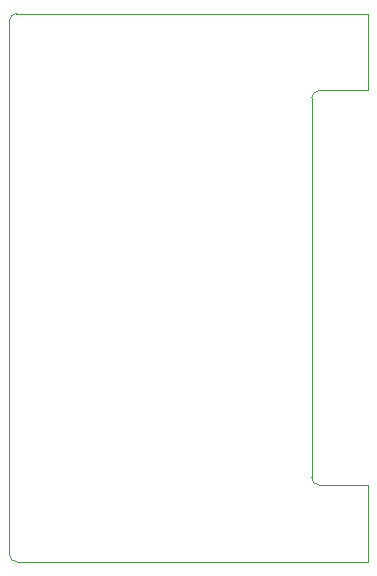
<source format=gm1>
%TF.GenerationSoftware,KiCad,Pcbnew,8.0.4*%
%TF.CreationDate,2024-10-15T16:21:03+03:00*%
%TF.ProjectId,projecsts,70726f6a-6563-4737-9473-2e6b69636164,rev?*%
%TF.SameCoordinates,Original*%
%TF.FileFunction,Profile,NP*%
%FSLAX46Y46*%
G04 Gerber Fmt 4.6, Leading zero omitted, Abs format (unit mm)*
G04 Created by KiCad (PCBNEW 8.0.4) date 2024-10-15 16:21:03*
%MOMM*%
%LPD*%
G01*
G04 APERTURE LIST*
%TA.AperFunction,Profile*%
%ADD10C,0.050000*%
%TD*%
G04 APERTURE END LIST*
D10*
X148336000Y-57607200D02*
X148336000Y-89712800D01*
X153111200Y-96875600D02*
X153111200Y-90373200D01*
X122732800Y-51054000D02*
X122732800Y-96215200D01*
X148996400Y-56946800D02*
X153111200Y-56946800D01*
X153111200Y-56946800D02*
X153111200Y-50444400D01*
X148336000Y-57607200D02*
G75*
G02*
X148996400Y-56946800I660400J0D01*
G01*
X123393200Y-96875600D02*
X153111200Y-96875600D01*
X122732800Y-51054000D02*
G75*
G02*
X123342400Y-50444400I609600J0D01*
G01*
X153111200Y-90373200D02*
X148996400Y-90373200D01*
X148996400Y-90373200D02*
G75*
G02*
X148336000Y-89712800I0J660400D01*
G01*
X153111200Y-50444400D02*
X123342400Y-50444400D01*
X123393200Y-96875600D02*
G75*
G02*
X122732800Y-96215200I0J660400D01*
G01*
M02*

</source>
